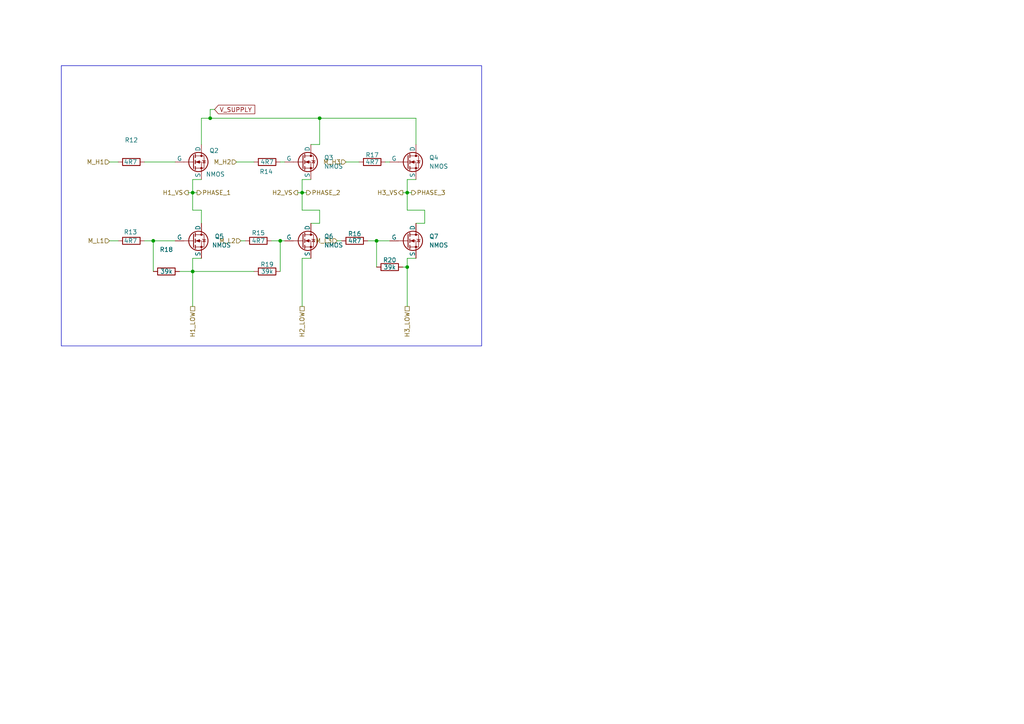
<source format=kicad_sch>
(kicad_sch
	(version 20250114)
	(generator "eeschema")
	(generator_version "9.0")
	(uuid "032fac18-fb08-4fc4-a7a7-7a6098812f57")
	(paper "A4")
	(lib_symbols
		(symbol "Device:R"
			(pin_numbers
				(hide yes)
			)
			(pin_names
				(offset 0)
			)
			(exclude_from_sim no)
			(in_bom yes)
			(on_board yes)
			(property "Reference" "R"
				(at 2.032 0 90)
				(effects
					(font
						(size 1.27 1.27)
					)
				)
			)
			(property "Value" "R"
				(at 0 0 90)
				(effects
					(font
						(size 1.27 1.27)
					)
				)
			)
			(property "Footprint" ""
				(at -1.778 0 90)
				(effects
					(font
						(size 1.27 1.27)
					)
					(hide yes)
				)
			)
			(property "Datasheet" "~"
				(at 0 0 0)
				(effects
					(font
						(size 1.27 1.27)
					)
					(hide yes)
				)
			)
			(property "Description" "Resistor"
				(at 0 0 0)
				(effects
					(font
						(size 1.27 1.27)
					)
					(hide yes)
				)
			)
			(property "ki_keywords" "R res resistor"
				(at 0 0 0)
				(effects
					(font
						(size 1.27 1.27)
					)
					(hide yes)
				)
			)
			(property "ki_fp_filters" "R_*"
				(at 0 0 0)
				(effects
					(font
						(size 1.27 1.27)
					)
					(hide yes)
				)
			)
			(symbol "R_0_1"
				(rectangle
					(start -1.016 -2.54)
					(end 1.016 2.54)
					(stroke
						(width 0.254)
						(type default)
					)
					(fill
						(type none)
					)
				)
			)
			(symbol "R_1_1"
				(pin passive line
					(at 0 3.81 270)
					(length 1.27)
					(name "~"
						(effects
							(font
								(size 1.27 1.27)
							)
						)
					)
					(number "1"
						(effects
							(font
								(size 1.27 1.27)
							)
						)
					)
				)
				(pin passive line
					(at 0 -3.81 90)
					(length 1.27)
					(name "~"
						(effects
							(font
								(size 1.27 1.27)
							)
						)
					)
					(number "2"
						(effects
							(font
								(size 1.27 1.27)
							)
						)
					)
				)
			)
			(embedded_fonts no)
		)
		(symbol "Simulation_SPICE:NMOS"
			(pin_numbers
				(hide yes)
			)
			(pin_names
				(offset 0)
			)
			(exclude_from_sim no)
			(in_bom yes)
			(on_board yes)
			(property "Reference" "Q"
				(at 5.08 1.27 0)
				(effects
					(font
						(size 1.27 1.27)
					)
					(justify left)
				)
			)
			(property "Value" "NMOS"
				(at 5.08 -1.27 0)
				(effects
					(font
						(size 1.27 1.27)
					)
					(justify left)
				)
			)
			(property "Footprint" ""
				(at 5.08 2.54 0)
				(effects
					(font
						(size 1.27 1.27)
					)
					(hide yes)
				)
			)
			(property "Datasheet" "https://ngspice.sourceforge.io/docs/ngspice-html-manual/manual.xhtml#cha_MOSFETs"
				(at 0 -12.7 0)
				(effects
					(font
						(size 1.27 1.27)
					)
					(hide yes)
				)
			)
			(property "Description" "N-MOSFET transistor, drain/source/gate"
				(at 0 0 0)
				(effects
					(font
						(size 1.27 1.27)
					)
					(hide yes)
				)
			)
			(property "Sim.Device" "NMOS"
				(at 0 -17.145 0)
				(effects
					(font
						(size 1.27 1.27)
					)
					(hide yes)
				)
			)
			(property "Sim.Type" "VDMOS"
				(at 0 -19.05 0)
				(effects
					(font
						(size 1.27 1.27)
					)
					(hide yes)
				)
			)
			(property "Sim.Pins" "1=D 2=G 3=S"
				(at 0 -15.24 0)
				(effects
					(font
						(size 1.27 1.27)
					)
					(hide yes)
				)
			)
			(property "ki_keywords" "transistor NMOS N-MOS N-MOSFET simulation"
				(at 0 0 0)
				(effects
					(font
						(size 1.27 1.27)
					)
					(hide yes)
				)
			)
			(symbol "NMOS_0_1"
				(polyline
					(pts
						(xy 0.254 1.905) (xy 0.254 -1.905)
					)
					(stroke
						(width 0.254)
						(type default)
					)
					(fill
						(type none)
					)
				)
				(polyline
					(pts
						(xy 0.254 0) (xy -2.54 0)
					)
					(stroke
						(width 0)
						(type default)
					)
					(fill
						(type none)
					)
				)
				(polyline
					(pts
						(xy 0.762 2.286) (xy 0.762 1.27)
					)
					(stroke
						(width 0.254)
						(type default)
					)
					(fill
						(type none)
					)
				)
				(polyline
					(pts
						(xy 0.762 0.508) (xy 0.762 -0.508)
					)
					(stroke
						(width 0.254)
						(type default)
					)
					(fill
						(type none)
					)
				)
				(polyline
					(pts
						(xy 0.762 -1.27) (xy 0.762 -2.286)
					)
					(stroke
						(width 0.254)
						(type default)
					)
					(fill
						(type none)
					)
				)
				(polyline
					(pts
						(xy 0.762 -1.778) (xy 3.302 -1.778) (xy 3.302 1.778) (xy 0.762 1.778)
					)
					(stroke
						(width 0)
						(type default)
					)
					(fill
						(type none)
					)
				)
				(polyline
					(pts
						(xy 1.016 0) (xy 2.032 0.381) (xy 2.032 -0.381) (xy 1.016 0)
					)
					(stroke
						(width 0)
						(type default)
					)
					(fill
						(type outline)
					)
				)
				(circle
					(center 1.651 0)
					(radius 2.794)
					(stroke
						(width 0.254)
						(type default)
					)
					(fill
						(type none)
					)
				)
				(polyline
					(pts
						(xy 2.54 2.54) (xy 2.54 1.778)
					)
					(stroke
						(width 0)
						(type default)
					)
					(fill
						(type none)
					)
				)
				(circle
					(center 2.54 1.778)
					(radius 0.254)
					(stroke
						(width 0)
						(type default)
					)
					(fill
						(type outline)
					)
				)
				(circle
					(center 2.54 -1.778)
					(radius 0.254)
					(stroke
						(width 0)
						(type default)
					)
					(fill
						(type outline)
					)
				)
				(polyline
					(pts
						(xy 2.54 -2.54) (xy 2.54 0) (xy 0.762 0)
					)
					(stroke
						(width 0)
						(type default)
					)
					(fill
						(type none)
					)
				)
				(polyline
					(pts
						(xy 2.794 0.508) (xy 2.921 0.381) (xy 3.683 0.381) (xy 3.81 0.254)
					)
					(stroke
						(width 0)
						(type default)
					)
					(fill
						(type none)
					)
				)
				(polyline
					(pts
						(xy 3.302 0.381) (xy 2.921 -0.254) (xy 3.683 -0.254) (xy 3.302 0.381)
					)
					(stroke
						(width 0)
						(type default)
					)
					(fill
						(type none)
					)
				)
			)
			(symbol "NMOS_1_1"
				(pin input line
					(at -5.08 0 0)
					(length 2.54)
					(name "G"
						(effects
							(font
								(size 1.27 1.27)
							)
						)
					)
					(number "2"
						(effects
							(font
								(size 1.27 1.27)
							)
						)
					)
				)
				(pin passive line
					(at 2.54 5.08 270)
					(length 2.54)
					(name "D"
						(effects
							(font
								(size 1.27 1.27)
							)
						)
					)
					(number "1"
						(effects
							(font
								(size 1.27 1.27)
							)
						)
					)
				)
				(pin passive line
					(at 2.54 -5.08 90)
					(length 2.54)
					(name "S"
						(effects
							(font
								(size 1.27 1.27)
							)
						)
					)
					(number "3"
						(effects
							(font
								(size 1.27 1.27)
							)
						)
					)
				)
			)
			(embedded_fonts no)
		)
	)
	(rectangle
		(start 17.78 19.05)
		(end 139.7 100.33)
		(stroke
			(width 0)
			(type solid)
		)
		(fill
			(type none)
		)
		(uuid ee217c2e-4e57-4390-a0d5-fde949a9b3f8)
	)
	(junction
		(at 109.22 69.85)
		(diameter 0)
		(color 0 0 0 0)
		(uuid "109b7328-5ae6-4208-9eda-ed49da3f2890")
	)
	(junction
		(at 118.11 55.88)
		(diameter 0)
		(color 0 0 0 0)
		(uuid "287e0e24-1e3c-4cd6-a65c-da63b2357f8f")
	)
	(junction
		(at 92.71 34.29)
		(diameter 0)
		(color 0 0 0 0)
		(uuid "2f69da99-a5bd-4067-9559-3b42cf4a0686")
	)
	(junction
		(at 87.63 55.88)
		(diameter 0)
		(color 0 0 0 0)
		(uuid "43e2a95a-ee07-4d5d-9748-6bf72124d2b3")
	)
	(junction
		(at 44.45 69.85)
		(diameter 0)
		(color 0 0 0 0)
		(uuid "7ba5cd53-9ebb-4f6a-8618-d11f54d626df")
	)
	(junction
		(at 118.11 77.47)
		(diameter 0)
		(color 0 0 0 0)
		(uuid "82bf865d-7d71-4df3-a812-032c049217d1")
	)
	(junction
		(at 60.96 34.29)
		(diameter 0)
		(color 0 0 0 0)
		(uuid "9e0069ef-3969-44c8-bcb5-560f1f67e892")
	)
	(junction
		(at 81.28 69.85)
		(diameter 0)
		(color 0 0 0 0)
		(uuid "b51d8fd6-c331-4c43-909d-0de4b96571d1")
	)
	(junction
		(at 55.88 55.88)
		(diameter 0)
		(color 0 0 0 0)
		(uuid "b99cf2dd-a58f-4af6-a7f0-fae1dd400eb6")
	)
	(junction
		(at 55.88 78.74)
		(diameter 0)
		(color 0 0 0 0)
		(uuid "ca8d11ff-e6d7-41b9-979f-ce2af0b56f8a")
	)
	(wire
		(pts
			(xy 100.33 46.99) (xy 104.14 46.99)
		)
		(stroke
			(width 0)
			(type default)
		)
		(uuid "0090ae9f-a54f-422c-a0ff-4d6c1668d8da")
	)
	(wire
		(pts
			(xy 55.88 52.07) (xy 55.88 55.88)
		)
		(stroke
			(width 0)
			(type default)
		)
		(uuid "0377b76d-33ad-464a-a5f3-15a09e9f0abb")
	)
	(wire
		(pts
			(xy 62.23 31.75) (xy 60.96 31.75)
		)
		(stroke
			(width 0)
			(type default)
		)
		(uuid "03f184f0-8157-435e-ad08-bf460bab21d9")
	)
	(wire
		(pts
			(xy 44.45 69.85) (xy 44.45 78.74)
		)
		(stroke
			(width 0)
			(type default)
		)
		(uuid "0a922b34-9d0c-4ce7-8212-eeede71f5f82")
	)
	(wire
		(pts
			(xy 97.79 69.85) (xy 99.06 69.85)
		)
		(stroke
			(width 0)
			(type default)
		)
		(uuid "0b71b22f-4279-467b-b159-69868fcccad2")
	)
	(wire
		(pts
			(xy 87.63 60.96) (xy 92.71 60.96)
		)
		(stroke
			(width 0)
			(type default)
		)
		(uuid "14bfe2d5-2a35-4ff4-9aba-7988fd16c6e5")
	)
	(wire
		(pts
			(xy 81.28 69.85) (xy 82.55 69.85)
		)
		(stroke
			(width 0)
			(type default)
		)
		(uuid "15e7a2e0-dff6-4b74-b4a4-d0d9533cdc16")
	)
	(wire
		(pts
			(xy 69.85 69.85) (xy 71.12 69.85)
		)
		(stroke
			(width 0)
			(type default)
		)
		(uuid "16b90c80-ce5a-4a74-b190-1b753e735595")
	)
	(wire
		(pts
			(xy 41.91 46.99) (xy 50.8 46.99)
		)
		(stroke
			(width 0)
			(type default)
		)
		(uuid "172b4ff6-7d56-495a-909e-f92dccd641fd")
	)
	(wire
		(pts
			(xy 78.74 69.85) (xy 81.28 69.85)
		)
		(stroke
			(width 0)
			(type default)
		)
		(uuid "18bb4062-3e7f-48c1-a118-5752d93a8537")
	)
	(wire
		(pts
			(xy 86.36 55.88) (xy 87.63 55.88)
		)
		(stroke
			(width 0)
			(type default)
		)
		(uuid "1e6c7064-7aaa-4c61-ac2e-91a936041a48")
	)
	(wire
		(pts
			(xy 109.22 77.47) (xy 109.22 69.85)
		)
		(stroke
			(width 0)
			(type default)
		)
		(uuid "1e70a898-32b2-48ec-8138-c1f87bf723ed")
	)
	(wire
		(pts
			(xy 118.11 60.96) (xy 123.19 60.96)
		)
		(stroke
			(width 0)
			(type default)
		)
		(uuid "1e990c28-b189-437e-98c9-09ffacad213f")
	)
	(wire
		(pts
			(xy 116.84 55.88) (xy 118.11 55.88)
		)
		(stroke
			(width 0)
			(type default)
		)
		(uuid "26069f64-fa99-4226-a4a0-a05cab31f538")
	)
	(wire
		(pts
			(xy 92.71 41.91) (xy 92.71 34.29)
		)
		(stroke
			(width 0)
			(type default)
		)
		(uuid "2b088866-5ec6-459c-87d2-1eabddbd545e")
	)
	(wire
		(pts
			(xy 60.96 31.75) (xy 60.96 34.29)
		)
		(stroke
			(width 0)
			(type default)
		)
		(uuid "2d4764a2-303c-41f1-9255-58ab7d6908a2")
	)
	(wire
		(pts
			(xy 87.63 74.93) (xy 90.17 74.93)
		)
		(stroke
			(width 0)
			(type default)
		)
		(uuid "2e82ba9b-ef4e-48d5-9789-2badf265c659")
	)
	(wire
		(pts
			(xy 58.42 34.29) (xy 60.96 34.29)
		)
		(stroke
			(width 0)
			(type default)
		)
		(uuid "3fec9f0a-db6f-41ed-b81f-8f9fd8eb7178")
	)
	(wire
		(pts
			(xy 92.71 64.77) (xy 92.71 60.96)
		)
		(stroke
			(width 0)
			(type default)
		)
		(uuid "409915ff-2acf-4e46-b628-7d9c99588f15")
	)
	(wire
		(pts
			(xy 92.71 34.29) (xy 120.65 34.29)
		)
		(stroke
			(width 0)
			(type default)
		)
		(uuid "421664d4-a6d6-4df3-922a-85916922af1f")
	)
	(wire
		(pts
			(xy 123.19 64.77) (xy 123.19 60.96)
		)
		(stroke
			(width 0)
			(type default)
		)
		(uuid "4230ea28-8197-4b0e-9ffe-9246ceddc92b")
	)
	(wire
		(pts
			(xy 44.45 69.85) (xy 50.8 69.85)
		)
		(stroke
			(width 0)
			(type default)
		)
		(uuid "44638797-41b4-44c4-828f-a6980c8ecc22")
	)
	(wire
		(pts
			(xy 87.63 88.9) (xy 87.63 74.93)
		)
		(stroke
			(width 0)
			(type default)
		)
		(uuid "451f5810-0204-4d2c-bfe5-89fb251a0759")
	)
	(wire
		(pts
			(xy 58.42 60.96) (xy 58.42 64.77)
		)
		(stroke
			(width 0)
			(type default)
		)
		(uuid "4d524e00-06af-46bd-be95-a620b2c5a64c")
	)
	(wire
		(pts
			(xy 109.22 69.85) (xy 113.03 69.85)
		)
		(stroke
			(width 0)
			(type default)
		)
		(uuid "4d9d5a2e-963d-4a3f-a7ef-99319430e995")
	)
	(wire
		(pts
			(xy 90.17 41.91) (xy 92.71 41.91)
		)
		(stroke
			(width 0)
			(type default)
		)
		(uuid "5468bda4-ac52-490c-9f59-b7b8901ba4da")
	)
	(wire
		(pts
			(xy 55.88 74.93) (xy 58.42 74.93)
		)
		(stroke
			(width 0)
			(type default)
		)
		(uuid "631e3f76-5d47-4d37-90a5-6f87f80dee4a")
	)
	(wire
		(pts
			(xy 118.11 88.9) (xy 118.11 77.47)
		)
		(stroke
			(width 0)
			(type default)
		)
		(uuid "6a72f050-c894-4c60-8d80-2d82261bb942")
	)
	(wire
		(pts
			(xy 120.65 64.77) (xy 123.19 64.77)
		)
		(stroke
			(width 0)
			(type default)
		)
		(uuid "6e6965e2-064e-494d-b4e1-8cd31ead784e")
	)
	(wire
		(pts
			(xy 120.65 41.91) (xy 120.65 34.29)
		)
		(stroke
			(width 0)
			(type default)
		)
		(uuid "707fc9e3-6d20-4018-9978-a822b3bc2eb1")
	)
	(wire
		(pts
			(xy 31.75 69.85) (xy 34.29 69.85)
		)
		(stroke
			(width 0)
			(type default)
		)
		(uuid "71719676-0603-4550-b69f-14f889a1ac4c")
	)
	(wire
		(pts
			(xy 118.11 52.07) (xy 120.65 52.07)
		)
		(stroke
			(width 0)
			(type default)
		)
		(uuid "7c41315a-b7ef-4094-9fcd-613b83e965be")
	)
	(wire
		(pts
			(xy 118.11 52.07) (xy 118.11 55.88)
		)
		(stroke
			(width 0)
			(type default)
		)
		(uuid "7d0f8aea-d6b6-4c43-b062-e7fc0ed0d0f7")
	)
	(wire
		(pts
			(xy 55.88 88.9) (xy 55.88 78.74)
		)
		(stroke
			(width 0)
			(type default)
		)
		(uuid "7f6b72b2-2827-4219-91b0-23033568e204")
	)
	(wire
		(pts
			(xy 90.17 64.77) (xy 92.71 64.77)
		)
		(stroke
			(width 0)
			(type default)
		)
		(uuid "82425a52-997f-49c7-9c9e-552f51fba1e8")
	)
	(wire
		(pts
			(xy 54.61 55.88) (xy 55.88 55.88)
		)
		(stroke
			(width 0)
			(type default)
		)
		(uuid "843d0dfa-bcd0-42d6-8f7c-d994fea9a800")
	)
	(wire
		(pts
			(xy 55.88 55.88) (xy 55.88 60.96)
		)
		(stroke
			(width 0)
			(type default)
		)
		(uuid "8456d211-5ed4-4c40-b6d1-0563a3aead22")
	)
	(wire
		(pts
			(xy 41.91 69.85) (xy 44.45 69.85)
		)
		(stroke
			(width 0)
			(type default)
		)
		(uuid "92d56b00-ca7b-4d85-bc5b-de3dc32fa2d9")
	)
	(wire
		(pts
			(xy 60.96 34.29) (xy 92.71 34.29)
		)
		(stroke
			(width 0)
			(type default)
		)
		(uuid "9322f14a-2ec5-49f7-abc4-b12aa66d6752")
	)
	(wire
		(pts
			(xy 55.88 78.74) (xy 52.07 78.74)
		)
		(stroke
			(width 0)
			(type default)
		)
		(uuid "95f4473c-c31d-4fce-b46f-b569f444e5f2")
	)
	(wire
		(pts
			(xy 87.63 52.07) (xy 90.17 52.07)
		)
		(stroke
			(width 0)
			(type default)
		)
		(uuid "9dbb3501-3239-47dc-9463-68d97090ec07")
	)
	(wire
		(pts
			(xy 116.84 77.47) (xy 118.11 77.47)
		)
		(stroke
			(width 0)
			(type default)
		)
		(uuid "a3cdcc40-1962-4541-9559-3a3ae08081bd")
	)
	(wire
		(pts
			(xy 55.88 52.07) (xy 58.42 52.07)
		)
		(stroke
			(width 0)
			(type default)
		)
		(uuid "a3d95aee-2b4c-4e85-92d8-111a0ba592ac")
	)
	(wire
		(pts
			(xy 55.88 78.74) (xy 73.66 78.74)
		)
		(stroke
			(width 0)
			(type default)
		)
		(uuid "a87c3dc2-684a-48b2-92d0-90c64993b0f6")
	)
	(wire
		(pts
			(xy 88.9 55.88) (xy 87.63 55.88)
		)
		(stroke
			(width 0)
			(type default)
		)
		(uuid "ab68aeee-c70b-4671-a620-4f1af30be3da")
	)
	(wire
		(pts
			(xy 106.68 69.85) (xy 109.22 69.85)
		)
		(stroke
			(width 0)
			(type default)
		)
		(uuid "acec800c-0ccd-4164-9ae7-98b95db3eec4")
	)
	(wire
		(pts
			(xy 87.63 55.88) (xy 87.63 60.96)
		)
		(stroke
			(width 0)
			(type default)
		)
		(uuid "b5524f31-c420-4379-adba-6f8ad77b9882")
	)
	(wire
		(pts
			(xy 57.15 55.88) (xy 55.88 55.88)
		)
		(stroke
			(width 0)
			(type default)
		)
		(uuid "b7fcbac1-49ec-420c-bdb4-11ca306fc349")
	)
	(wire
		(pts
			(xy 55.88 74.93) (xy 55.88 78.74)
		)
		(stroke
			(width 0)
			(type default)
		)
		(uuid "c06cd399-00c4-457e-817c-44f3e38aa586")
	)
	(wire
		(pts
			(xy 111.76 46.99) (xy 113.03 46.99)
		)
		(stroke
			(width 0)
			(type default)
		)
		(uuid "c56fbf49-bd3b-4ae9-bd60-14f3f0ad6a33")
	)
	(wire
		(pts
			(xy 55.88 60.96) (xy 58.42 60.96)
		)
		(stroke
			(width 0)
			(type default)
		)
		(uuid "ca0e88c6-c1ed-4bdd-ab1f-cba5d119abee")
	)
	(wire
		(pts
			(xy 119.38 55.88) (xy 118.11 55.88)
		)
		(stroke
			(width 0)
			(type default)
		)
		(uuid "cc0dd1f2-d370-40a2-9cd9-83740cb9377f")
	)
	(wire
		(pts
			(xy 81.28 69.85) (xy 81.28 78.74)
		)
		(stroke
			(width 0)
			(type default)
		)
		(uuid "d6d67177-8ddf-41f6-a171-0e07830287a1")
	)
	(wire
		(pts
			(xy 87.63 52.07) (xy 87.63 55.88)
		)
		(stroke
			(width 0)
			(type default)
		)
		(uuid "de59045e-835a-41da-b4e5-d1eb6d185b9c")
	)
	(wire
		(pts
			(xy 118.11 74.93) (xy 120.65 74.93)
		)
		(stroke
			(width 0)
			(type default)
		)
		(uuid "e11c663f-fbd0-465b-8546-0508162eb495")
	)
	(wire
		(pts
			(xy 31.75 46.99) (xy 34.29 46.99)
		)
		(stroke
			(width 0)
			(type default)
		)
		(uuid "e476e187-4d8f-4c4a-9dc4-85c318077233")
	)
	(wire
		(pts
			(xy 81.28 46.99) (xy 82.55 46.99)
		)
		(stroke
			(width 0)
			(type default)
		)
		(uuid "ef2136ac-a660-43ce-8a39-1dc1487bc5af")
	)
	(wire
		(pts
			(xy 118.11 77.47) (xy 118.11 74.93)
		)
		(stroke
			(width 0)
			(type default)
		)
		(uuid "f1f18941-cebb-45d4-be2e-bc8f91aed3a0")
	)
	(wire
		(pts
			(xy 118.11 55.88) (xy 118.11 60.96)
		)
		(stroke
			(width 0)
			(type default)
		)
		(uuid "f353e428-b7d3-40b8-928e-ce022e00ca50")
	)
	(wire
		(pts
			(xy 58.42 41.91) (xy 58.42 34.29)
		)
		(stroke
			(width 0)
			(type default)
		)
		(uuid "f7d02a56-7f60-45af-854a-f8dfcc988121")
	)
	(wire
		(pts
			(xy 68.58 46.99) (xy 73.66 46.99)
		)
		(stroke
			(width 0)
			(type default)
		)
		(uuid "fd0a31d5-e2ff-4557-b21e-90a37a2c37d1")
	)
	(global_label "V_SUPPLY"
		(shape input)
		(at 62.23 31.75 0)
		(fields_autoplaced yes)
		(effects
			(font
				(size 1.27 1.27)
			)
			(justify left)
		)
		(uuid "da383ad7-1310-41fb-a1d2-9b57af6a2d8c")
		(property "Intersheetrefs" "${INTERSHEET_REFS}"
			(at 74.4681 31.75 0)
			(effects
				(font
					(size 1.27 1.27)
				)
				(justify left)
				(hide yes)
			)
		)
	)
	(hierarchical_label "M_H1"
		(shape input)
		(at 31.75 46.99 180)
		(effects
			(font
				(size 1.27 1.27)
			)
			(justify right)
		)
		(uuid "160fbc9c-fa34-4961-8415-f38e9e0520cf")
	)
	(hierarchical_label "M_L2"
		(shape input)
		(at 69.85 69.85 180)
		(effects
			(font
				(size 1.27 1.27)
			)
			(justify right)
		)
		(uuid "216b85c6-456d-49ca-88fd-bef30e056c6a")
	)
	(hierarchical_label "H3_VS"
		(shape output)
		(at 116.84 55.88 180)
		(effects
			(font
				(size 1.27 1.27)
			)
			(justify right)
		)
		(uuid "2a63a3f3-b55e-424c-9db7-23a4ea2600ba")
	)
	(hierarchical_label "H1_LOW"
		(shape passive)
		(at 55.88 88.9 270)
		(effects
			(font
				(size 1.27 1.27)
			)
			(justify right)
		)
		(uuid "35ff4502-80a0-4152-9aa0-508f0ed3783c")
	)
	(hierarchical_label "M_L1"
		(shape input)
		(at 31.75 69.85 180)
		(effects
			(font
				(size 1.27 1.27)
			)
			(justify right)
		)
		(uuid "4de3e297-f6f0-4183-8a3f-9ded0046a453")
	)
	(hierarchical_label "M_L3"
		(shape input)
		(at 97.79 69.85 180)
		(effects
			(font
				(size 1.27 1.27)
			)
			(justify right)
		)
		(uuid "54d00649-42b7-4044-855f-d31a532a1030")
	)
	(hierarchical_label "H1_VS"
		(shape output)
		(at 54.61 55.88 180)
		(effects
			(font
				(size 1.27 1.27)
			)
			(justify right)
		)
		(uuid "65b793be-48bf-4578-87ca-ef0a33460d7c")
	)
	(hierarchical_label "M_H3"
		(shape input)
		(at 100.33 46.99 180)
		(effects
			(font
				(size 1.27 1.27)
			)
			(justify right)
		)
		(uuid "66e44679-b932-440e-b695-200adfe30320")
	)
	(hierarchical_label "H3_LOW"
		(shape passive)
		(at 118.11 88.9 270)
		(effects
			(font
				(size 1.27 1.27)
			)
			(justify right)
		)
		(uuid "77650d7d-fe3d-4ab2-9305-086ca5dded29")
	)
	(hierarchical_label "PHASE_1"
		(shape output)
		(at 57.15 55.88 0)
		(effects
			(font
				(size 1.27 1.27)
			)
			(justify left)
		)
		(uuid "7b08bbc3-faf2-4fb5-a3a3-d5b5d742132e")
	)
	(hierarchical_label "M_H2"
		(shape input)
		(at 68.58 46.99 180)
		(effects
			(font
				(size 1.27 1.27)
			)
			(justify right)
		)
		(uuid "8358c118-2f4f-49e9-b10b-800116012ec0")
	)
	(hierarchical_label "H2_VS"
		(shape output)
		(at 86.36 55.88 180)
		(effects
			(font
				(size 1.27 1.27)
			)
			(justify right)
		)
		(uuid "83819b46-aaa3-4978-934a-4572d0a7f9c1")
	)
	(hierarchical_label "H2_LOW"
		(shape passive)
		(at 87.63 88.9 270)
		(effects
			(font
				(size 1.27 1.27)
			)
			(justify right)
		)
		(uuid "a4b29cde-a1f6-49f5-99b3-052a5119a84f")
	)
	(hierarchical_label "PHASE_3"
		(shape output)
		(at 119.38 55.88 0)
		(effects
			(font
				(size 1.27 1.27)
			)
			(justify left)
		)
		(uuid "c83fd3f5-73dc-4253-be28-66b9efe89f2c")
	)
	(hierarchical_label "PHASE_2"
		(shape output)
		(at 88.9 55.88 0)
		(effects
			(font
				(size 1.27 1.27)
			)
			(justify left)
		)
		(uuid "fcf5a482-dc86-415e-bcb6-bda03195a848")
	)
	(symbol
		(lib_id "Device:R")
		(at 74.93 69.85 90)
		(unit 1)
		(exclude_from_sim no)
		(in_bom yes)
		(on_board yes)
		(dnp no)
		(uuid "0296a758-5703-4e96-b6f4-0556e8232021")
		(property "Reference" "R15"
			(at 74.93 67.564 90)
			(effects
				(font
					(size 1.27 1.27)
				)
			)
		)
		(property "Value" "4R7"
			(at 74.93 69.85 90)
			(effects
				(font
					(size 1.27 1.27)
				)
			)
		)
		(property "Footprint" "Resistor_SMD:R_0201_0603Metric"
			(at 74.93 71.628 90)
			(effects
				(font
					(size 1.27 1.27)
				)
				(hide yes)
			)
		)
		(property "Datasheet" "~"
			(at 74.93 69.85 0)
			(effects
				(font
					(size 1.27 1.27)
				)
				(hide yes)
			)
		)
		(property "Description" "Resistor"
			(at 74.93 69.85 0)
			(effects
				(font
					(size 1.27 1.27)
				)
				(hide yes)
			)
		)
		(pin "1"
			(uuid "e0fe0715-de35-478c-9302-b4396eebf2b8")
		)
		(pin "2"
			(uuid "a5b8516e-7887-4129-a131-eb7d11f85799")
		)
		(instances
			(project "escDesign"
				(path "/281019b9-751d-4fe8-b09d-377ab91b1fff/59a0fd9c-964f-4b4a-afac-ddf0bbc82d03"
					(reference "R15")
					(unit 1)
				)
			)
		)
	)
	(symbol
		(lib_id "Device:R")
		(at 107.95 46.99 90)
		(unit 1)
		(exclude_from_sim no)
		(in_bom yes)
		(on_board yes)
		(dnp no)
		(uuid "3140a476-cb48-43f7-b90c-df3122a9d331")
		(property "Reference" "R17"
			(at 107.95 44.958 90)
			(effects
				(font
					(size 1.27 1.27)
				)
			)
		)
		(property "Value" "4R7"
			(at 107.95 46.99 90)
			(effects
				(font
					(size 1.27 1.27)
				)
			)
		)
		(property "Footprint" "Resistor_SMD:R_0201_0603Metric"
			(at 107.95 48.768 90)
			(effects
				(font
					(size 1.27 1.27)
				)
				(hide yes)
			)
		)
		(property "Datasheet" "~"
			(at 107.95 46.99 0)
			(effects
				(font
					(size 1.27 1.27)
				)
				(hide yes)
			)
		)
		(property "Description" "Resistor"
			(at 107.95 46.99 0)
			(effects
				(font
					(size 1.27 1.27)
				)
				(hide yes)
			)
		)
		(pin "1"
			(uuid "f939838b-6a71-415a-96d3-3564e16f55b0")
		)
		(pin "2"
			(uuid "fa104326-deab-49af-8111-c0b1322a5cf2")
		)
		(instances
			(project "escDesign"
				(path "/281019b9-751d-4fe8-b09d-377ab91b1fff/59a0fd9c-964f-4b4a-afac-ddf0bbc82d03"
					(reference "R17")
					(unit 1)
				)
			)
		)
	)
	(symbol
		(lib_id "Simulation_SPICE:NMOS")
		(at 87.63 46.99 0)
		(unit 1)
		(exclude_from_sim no)
		(in_bom yes)
		(on_board yes)
		(dnp no)
		(fields_autoplaced yes)
		(uuid "40d5540b-fe79-4697-ab41-3d0387aba6cf")
		(property "Reference" "Q3"
			(at 93.98 45.7199 0)
			(effects
				(font
					(size 1.27 1.27)
				)
				(justify left)
			)
		)
		(property "Value" "NMOS"
			(at 93.98 48.2599 0)
			(effects
				(font
					(size 1.27 1.27)
				)
				(justify left)
			)
		)
		(property "Footprint" "IRFS7530TRL7PP (2):TO127P1524X483-7N"
			(at 92.71 44.45 0)
			(effects
				(font
					(size 1.27 1.27)
				)
				(hide yes)
			)
		)
		(property "Datasheet" "https://ngspice.sourceforge.io/docs/ngspice-html-manual/manual.xhtml#cha_MOSFETs"
			(at 87.63 59.69 0)
			(effects
				(font
					(size 1.27 1.27)
				)
				(hide yes)
			)
		)
		(property "Description" "N-MOSFET transistor, drain/source/gate"
			(at 87.63 46.99 0)
			(effects
				(font
					(size 1.27 1.27)
				)
				(hide yes)
			)
		)
		(property "Sim.Device" "NMOS"
			(at 87.63 64.135 0)
			(effects
				(font
					(size 1.27 1.27)
				)
				(hide yes)
			)
		)
		(property "Sim.Type" "VDMOS"
			(at 87.63 66.04 0)
			(effects
				(font
					(size 1.27 1.27)
				)
				(hide yes)
			)
		)
		(property "Sim.Pins" "1=D 2=G 3=S"
			(at 87.63 62.23 0)
			(effects
				(font
					(size 1.27 1.27)
				)
				(hide yes)
			)
		)
		(pin "2"
			(uuid "9f2d60f3-8c8d-4d0d-995b-0ac6b30326e3")
		)
		(pin "3"
			(uuid "71858cc9-ffd1-4184-b350-4790b4282345")
		)
		(pin "1"
			(uuid "ea5f1ef3-3f79-463f-ae33-777066539219")
		)
		(instances
			(project "escDesign"
				(path "/281019b9-751d-4fe8-b09d-377ab91b1fff/59a0fd9c-964f-4b4a-afac-ddf0bbc82d03"
					(reference "Q3")
					(unit 1)
				)
			)
		)
	)
	(symbol
		(lib_id "Simulation_SPICE:NMOS")
		(at 118.11 46.99 0)
		(unit 1)
		(exclude_from_sim no)
		(in_bom yes)
		(on_board yes)
		(dnp no)
		(fields_autoplaced yes)
		(uuid "4c726dc5-07fb-4174-b737-bb46160556f6")
		(property "Reference" "Q4"
			(at 124.46 45.7199 0)
			(effects
				(font
					(size 1.27 1.27)
				)
				(justify left)
			)
		)
		(property "Value" "NMOS"
			(at 124.46 48.2599 0)
			(effects
				(font
					(size 1.27 1.27)
				)
				(justify left)
			)
		)
		(property "Footprint" "IRFS7530TRL7PP (2):TO127P1524X483-7N"
			(at 123.19 44.45 0)
			(effects
				(font
					(size 1.27 1.27)
				)
				(hide yes)
			)
		)
		(property "Datasheet" "https://ngspice.sourceforge.io/docs/ngspice-html-manual/manual.xhtml#cha_MOSFETs"
			(at 118.11 59.69 0)
			(effects
				(font
					(size 1.27 1.27)
				)
				(hide yes)
			)
		)
		(property "Description" "N-MOSFET transistor, drain/source/gate"
			(at 118.11 46.99 0)
			(effects
				(font
					(size 1.27 1.27)
				)
				(hide yes)
			)
		)
		(property "Sim.Device" "NMOS"
			(at 118.11 64.135 0)
			(effects
				(font
					(size 1.27 1.27)
				)
				(hide yes)
			)
		)
		(property "Sim.Type" "VDMOS"
			(at 118.11 66.04 0)
			(effects
				(font
					(size 1.27 1.27)
				)
				(hide yes)
			)
		)
		(property "Sim.Pins" "1=D 2=G 3=S"
			(at 118.11 62.23 0)
			(effects
				(font
					(size 1.27 1.27)
				)
				(hide yes)
			)
		)
		(pin "2"
			(uuid "a7a3174f-a206-4aad-bc76-091249d9654a")
		)
		(pin "3"
			(uuid "ab9d6967-b4c0-4dcb-b564-8938d1570ac6")
		)
		(pin "1"
			(uuid "3f80283f-6c51-4c6b-9611-9b74c962be2d")
		)
		(instances
			(project "escDesign"
				(path "/281019b9-751d-4fe8-b09d-377ab91b1fff/59a0fd9c-964f-4b4a-afac-ddf0bbc82d03"
					(reference "Q4")
					(unit 1)
				)
			)
		)
	)
	(symbol
		(lib_id "Device:R")
		(at 102.87 69.85 90)
		(unit 1)
		(exclude_from_sim no)
		(in_bom yes)
		(on_board yes)
		(dnp no)
		(uuid "74f2f304-127c-4e1a-9201-af8a829f6688")
		(property "Reference" "R16"
			(at 102.87 67.818 90)
			(effects
				(font
					(size 1.27 1.27)
				)
			)
		)
		(property "Value" "4R7"
			(at 102.87 69.85 90)
			(effects
				(font
					(size 1.27 1.27)
				)
			)
		)
		(property "Footprint" "Resistor_SMD:R_0201_0603Metric"
			(at 102.87 71.628 90)
			(effects
				(font
					(size 1.27 1.27)
				)
				(hide yes)
			)
		)
		(property "Datasheet" "~"
			(at 102.87 69.85 0)
			(effects
				(font
					(size 1.27 1.27)
				)
				(hide yes)
			)
		)
		(property "Description" "Resistor"
			(at 102.87 69.85 0)
			(effects
				(font
					(size 1.27 1.27)
				)
				(hide yes)
			)
		)
		(pin "1"
			(uuid "30ccdcad-3e23-468d-9684-efc1895c49d3")
		)
		(pin "2"
			(uuid "47ac0349-b3c6-4a8c-90e5-4946898f37ba")
		)
		(instances
			(project "escDesign"
				(path "/281019b9-751d-4fe8-b09d-377ab91b1fff/59a0fd9c-964f-4b4a-afac-ddf0bbc82d03"
					(reference "R16")
					(unit 1)
				)
			)
		)
	)
	(symbol
		(lib_id "Device:R")
		(at 38.1 46.99 90)
		(unit 1)
		(exclude_from_sim no)
		(in_bom yes)
		(on_board yes)
		(dnp no)
		(uuid "7bea3095-22b8-4f75-b036-cc8ced972a36")
		(property "Reference" "R12"
			(at 38.1 40.64 90)
			(effects
				(font
					(size 1.27 1.27)
				)
			)
		)
		(property "Value" "4R7"
			(at 37.846 46.99 90)
			(effects
				(font
					(size 1.27 1.27)
				)
			)
		)
		(property "Footprint" "Resistor_SMD:R_0201_0603Metric"
			(at 38.1 48.768 90)
			(effects
				(font
					(size 1.27 1.27)
				)
				(hide yes)
			)
		)
		(property "Datasheet" "~"
			(at 38.1 46.99 0)
			(effects
				(font
					(size 1.27 1.27)
				)
				(hide yes)
			)
		)
		(property "Description" "Resistor"
			(at 38.1 46.99 0)
			(effects
				(font
					(size 1.27 1.27)
				)
				(hide yes)
			)
		)
		(pin "1"
			(uuid "a3345eda-4eea-418d-975e-97a7d3e79db2")
		)
		(pin "2"
			(uuid "e38025cd-f67e-49ca-8ac0-388b82c5ec2c")
		)
		(instances
			(project "escDesign"
				(path "/281019b9-751d-4fe8-b09d-377ab91b1fff/59a0fd9c-964f-4b4a-afac-ddf0bbc82d03"
					(reference "R12")
					(unit 1)
				)
			)
		)
	)
	(symbol
		(lib_id "Device:R")
		(at 48.26 78.74 90)
		(unit 1)
		(exclude_from_sim no)
		(in_bom yes)
		(on_board yes)
		(dnp no)
		(uuid "7c711308-bc60-41dd-883b-c9a23af0b82d")
		(property "Reference" "R18"
			(at 48.26 72.39 90)
			(effects
				(font
					(size 1.27 1.27)
				)
			)
		)
		(property "Value" "39k"
			(at 48.26 78.74 90)
			(effects
				(font
					(size 1.27 1.27)
				)
			)
		)
		(property "Footprint" "Resistor_SMD:R_0201_0603Metric"
			(at 48.26 80.518 90)
			(effects
				(font
					(size 1.27 1.27)
				)
				(hide yes)
			)
		)
		(property "Datasheet" "~"
			(at 48.26 78.74 0)
			(effects
				(font
					(size 1.27 1.27)
				)
				(hide yes)
			)
		)
		(property "Description" "Resistor"
			(at 48.26 78.74 0)
			(effects
				(font
					(size 1.27 1.27)
				)
				(hide yes)
			)
		)
		(pin "1"
			(uuid "12f7808b-3353-4372-bd1d-d344e04a12e0")
		)
		(pin "2"
			(uuid "0b48902e-b8ca-49c4-847f-eb7131d935de")
		)
		(instances
			(project "escDesign"
				(path "/281019b9-751d-4fe8-b09d-377ab91b1fff/59a0fd9c-964f-4b4a-afac-ddf0bbc82d03"
					(reference "R18")
					(unit 1)
				)
			)
		)
	)
	(symbol
		(lib_id "Simulation_SPICE:NMOS")
		(at 118.11 69.85 0)
		(unit 1)
		(exclude_from_sim no)
		(in_bom yes)
		(on_board yes)
		(dnp no)
		(fields_autoplaced yes)
		(uuid "8be109f7-cff6-446e-9825-bc022228fb6c")
		(property "Reference" "Q7"
			(at 124.46 68.5799 0)
			(effects
				(font
					(size 1.27 1.27)
				)
				(justify left)
			)
		)
		(property "Value" "NMOS"
			(at 124.46 71.1199 0)
			(effects
				(font
					(size 1.27 1.27)
				)
				(justify left)
			)
		)
		(property "Footprint" "IRFS7530TRL7PP (2):TO127P1524X483-7N"
			(at 123.19 67.31 0)
			(effects
				(font
					(size 1.27 1.27)
				)
				(hide yes)
			)
		)
		(property "Datasheet" "https://ngspice.sourceforge.io/docs/ngspice-html-manual/manual.xhtml#cha_MOSFETs"
			(at 118.11 82.55 0)
			(effects
				(font
					(size 1.27 1.27)
				)
				(hide yes)
			)
		)
		(property "Description" "N-MOSFET transistor, drain/source/gate"
			(at 118.11 69.85 0)
			(effects
				(font
					(size 1.27 1.27)
				)
				(hide yes)
			)
		)
		(property "Sim.Device" "NMOS"
			(at 118.11 86.995 0)
			(effects
				(font
					(size 1.27 1.27)
				)
				(hide yes)
			)
		)
		(property "Sim.Type" "VDMOS"
			(at 118.11 88.9 0)
			(effects
				(font
					(size 1.27 1.27)
				)
				(hide yes)
			)
		)
		(property "Sim.Pins" "1=D 2=G 3=S"
			(at 118.11 85.09 0)
			(effects
				(font
					(size 1.27 1.27)
				)
				(hide yes)
			)
		)
		(pin "2"
			(uuid "6b738864-e096-4f3b-b1a5-a65ea983e7b1")
		)
		(pin "3"
			(uuid "46af2d95-4bfb-4e5e-ab3e-5db9629ebd35")
		)
		(pin "1"
			(uuid "35323238-18fc-45b1-9ee5-00bfb4f10d6d")
		)
		(instances
			(project "escDesign"
				(path "/281019b9-751d-4fe8-b09d-377ab91b1fff/59a0fd9c-964f-4b4a-afac-ddf0bbc82d03"
					(reference "Q7")
					(unit 1)
				)
			)
		)
	)
	(symbol
		(lib_id "Simulation_SPICE:NMOS")
		(at 55.88 69.85 0)
		(unit 1)
		(exclude_from_sim no)
		(in_bom yes)
		(on_board yes)
		(dnp no)
		(uuid "9f5fec24-6d6d-4211-bba1-76bb9cc01aac")
		(property "Reference" "Q5"
			(at 62.23 68.5799 0)
			(effects
				(font
					(size 1.27 1.27)
				)
				(justify left)
			)
		)
		(property "Value" "NMOS"
			(at 61.468 71.12 0)
			(effects
				(font
					(size 1.27 1.27)
				)
				(justify left)
			)
		)
		(property "Footprint" "IRFS7530TRL7PP (2):TO127P1524X483-7N"
			(at 60.96 67.31 0)
			(effects
				(font
					(size 1.27 1.27)
				)
				(hide yes)
			)
		)
		(property "Datasheet" "https://ngspice.sourceforge.io/docs/ngspice-html-manual/manual.xhtml#cha_MOSFETs"
			(at 55.88 82.55 0)
			(effects
				(font
					(size 1.27 1.27)
				)
				(hide yes)
			)
		)
		(property "Description" "N-MOSFET transistor, drain/source/gate"
			(at 55.88 69.85 0)
			(effects
				(font
					(size 1.27 1.27)
				)
				(hide yes)
			)
		)
		(property "Sim.Device" "NMOS"
			(at 55.88 86.995 0)
			(effects
				(font
					(size 1.27 1.27)
				)
				(hide yes)
			)
		)
		(property "Sim.Type" "VDMOS"
			(at 55.88 88.9 0)
			(effects
				(font
					(size 1.27 1.27)
				)
				(hide yes)
			)
		)
		(property "Sim.Pins" "1=D 2=G 3=S"
			(at 55.88 85.09 0)
			(effects
				(font
					(size 1.27 1.27)
				)
				(hide yes)
			)
		)
		(pin "2"
			(uuid "1746a3e4-d79a-4004-a962-3ddf9da701a2")
		)
		(pin "3"
			(uuid "55ca7b7d-6ff5-4fbf-9d0d-4beb395253b7")
		)
		(pin "1"
			(uuid "376693ad-2f78-498f-b0d1-7b8333974012")
		)
		(instances
			(project "escDesign"
				(path "/281019b9-751d-4fe8-b09d-377ab91b1fff/59a0fd9c-964f-4b4a-afac-ddf0bbc82d03"
					(reference "Q5")
					(unit 1)
				)
			)
		)
	)
	(symbol
		(lib_id "Simulation_SPICE:NMOS")
		(at 55.88 46.99 0)
		(unit 1)
		(exclude_from_sim no)
		(in_bom yes)
		(on_board yes)
		(dnp no)
		(uuid "af5b1ea0-fd34-4cfa-95c2-edca2e23b28d")
		(property "Reference" "Q2"
			(at 60.706 43.688 0)
			(effects
				(font
					(size 1.27 1.27)
				)
				(justify left)
			)
		)
		(property "Value" "NMOS"
			(at 59.69 50.546 0)
			(effects
				(font
					(size 1.27 1.27)
				)
				(justify left)
			)
		)
		(property "Footprint" "IRFS7530TRL7PP (2):TO127P1524X483-7N"
			(at 60.96 44.45 0)
			(effects
				(font
					(size 1.27 1.27)
				)
				(hide yes)
			)
		)
		(property "Datasheet" "https://ngspice.sourceforge.io/docs/ngspice-html-manual/manual.xhtml#cha_MOSFETs"
			(at 55.88 59.69 0)
			(effects
				(font
					(size 1.27 1.27)
				)
				(hide yes)
			)
		)
		(property "Description" "N-MOSFET transistor, drain/source/gate"
			(at 55.88 46.99 0)
			(effects
				(font
					(size 1.27 1.27)
				)
				(hide yes)
			)
		)
		(property "Sim.Device" "NMOS"
			(at 55.88 64.135 0)
			(effects
				(font
					(size 1.27 1.27)
				)
				(hide yes)
			)
		)
		(property "Sim.Type" "VDMOS"
			(at 55.88 66.04 0)
			(effects
				(font
					(size 1.27 1.27)
				)
				(hide yes)
			)
		)
		(property "Sim.Pins" "1=D 2=G 3=S"
			(at 55.88 62.23 0)
			(effects
				(font
					(size 1.27 1.27)
				)
				(hide yes)
			)
		)
		(pin "2"
			(uuid "b4a5bbd3-8fb3-4bea-85e5-2944d2c63ef4")
		)
		(pin "3"
			(uuid "d249244c-18ff-42e6-8f38-6c16969ef41c")
		)
		(pin "1"
			(uuid "fe2b9d74-fc98-4db8-af71-bb5292cb4f18")
		)
		(instances
			(project ""
				(path "/281019b9-751d-4fe8-b09d-377ab91b1fff/59a0fd9c-964f-4b4a-afac-ddf0bbc82d03"
					(reference "Q2")
					(unit 1)
				)
			)
		)
	)
	(symbol
		(lib_id "Device:R")
		(at 113.03 77.47 90)
		(unit 1)
		(exclude_from_sim no)
		(in_bom yes)
		(on_board yes)
		(dnp no)
		(uuid "c3d3bc97-64df-42e9-beed-76c586d0c27d")
		(property "Reference" "R20"
			(at 113.03 75.438 90)
			(effects
				(font
					(size 1.27 1.27)
				)
			)
		)
		(property "Value" "39k"
			(at 113.03 77.47 90)
			(effects
				(font
					(size 1.27 1.27)
				)
			)
		)
		(property "Footprint" "Resistor_SMD:R_0201_0603Metric"
			(at 113.03 79.248 90)
			(effects
				(font
					(size 1.27 1.27)
				)
				(hide yes)
			)
		)
		(property "Datasheet" "~"
			(at 113.03 77.47 0)
			(effects
				(font
					(size 1.27 1.27)
				)
				(hide yes)
			)
		)
		(property "Description" "Resistor"
			(at 113.03 77.47 0)
			(effects
				(font
					(size 1.27 1.27)
				)
				(hide yes)
			)
		)
		(pin "1"
			(uuid "9044e5af-2256-4394-862d-e81ed1751942")
		)
		(pin "2"
			(uuid "e8a59de6-a1c0-4d52-a68d-915fede39013")
		)
		(instances
			(project "escDesign"
				(path "/281019b9-751d-4fe8-b09d-377ab91b1fff/59a0fd9c-964f-4b4a-afac-ddf0bbc82d03"
					(reference "R20")
					(unit 1)
				)
			)
		)
	)
	(symbol
		(lib_id "Device:R")
		(at 77.47 46.99 90)
		(unit 1)
		(exclude_from_sim no)
		(in_bom yes)
		(on_board yes)
		(dnp no)
		(uuid "caef877b-85a3-4a65-8f15-ce494f086b3a")
		(property "Reference" "R14"
			(at 77.216 49.784 90)
			(effects
				(font
					(size 1.27 1.27)
				)
			)
		)
		(property "Value" "4R7"
			(at 77.47 46.99 90)
			(effects
				(font
					(size 1.27 1.27)
				)
			)
		)
		(property "Footprint" "Resistor_SMD:R_0201_0603Metric"
			(at 77.47 48.768 90)
			(effects
				(font
					(size 1.27 1.27)
				)
				(hide yes)
			)
		)
		(property "Datasheet" "~"
			(at 77.47 46.99 0)
			(effects
				(font
					(size 1.27 1.27)
				)
				(hide yes)
			)
		)
		(property "Description" "Resistor"
			(at 77.47 46.99 0)
			(effects
				(font
					(size 1.27 1.27)
				)
				(hide yes)
			)
		)
		(pin "1"
			(uuid "da069388-1af6-4933-9d3a-dbd3a2f7c5fb")
		)
		(pin "2"
			(uuid "92aa3ddb-5174-4a6d-a554-7f1920fec150")
		)
		(instances
			(project "escDesign"
				(path "/281019b9-751d-4fe8-b09d-377ab91b1fff/59a0fd9c-964f-4b4a-afac-ddf0bbc82d03"
					(reference "R14")
					(unit 1)
				)
			)
		)
	)
	(symbol
		(lib_id "Simulation_SPICE:NMOS")
		(at 87.63 69.85 0)
		(unit 1)
		(exclude_from_sim no)
		(in_bom yes)
		(on_board yes)
		(dnp no)
		(fields_autoplaced yes)
		(uuid "d2f09b8a-218d-40b0-a123-ef87954e5efa")
		(property "Reference" "Q6"
			(at 93.98 68.5799 0)
			(effects
				(font
					(size 1.27 1.27)
				)
				(justify left)
			)
		)
		(property "Value" "NMOS"
			(at 93.98 71.1199 0)
			(effects
				(font
					(size 1.27 1.27)
				)
				(justify left)
			)
		)
		(property "Footprint" "IRFS7530TRL7PP (2):TO127P1524X483-7N"
			(at 92.71 67.31 0)
			(effects
				(font
					(size 1.27 1.27)
				)
				(hide yes)
			)
		)
		(property "Datasheet" "https://ngspice.sourceforge.io/docs/ngspice-html-manual/manual.xhtml#cha_MOSFETs"
			(at 87.63 82.55 0)
			(effects
				(font
					(size 1.27 1.27)
				)
				(hide yes)
			)
		)
		(property "Description" "N-MOSFET transistor, drain/source/gate"
			(at 87.63 69.85 0)
			(effects
				(font
					(size 1.27 1.27)
				)
				(hide yes)
			)
		)
		(property "Sim.Device" "NMOS"
			(at 87.63 86.995 0)
			(effects
				(font
					(size 1.27 1.27)
				)
				(hide yes)
			)
		)
		(property "Sim.Type" "VDMOS"
			(at 87.63 88.9 0)
			(effects
				(font
					(size 1.27 1.27)
				)
				(hide yes)
			)
		)
		(property "Sim.Pins" "1=D 2=G 3=S"
			(at 87.63 85.09 0)
			(effects
				(font
					(size 1.27 1.27)
				)
				(hide yes)
			)
		)
		(pin "2"
			(uuid "28df418d-3c72-439d-acfd-c958787e0267")
		)
		(pin "3"
			(uuid "6f1faf1d-2da8-4c84-af74-80f3a847300c")
		)
		(pin "1"
			(uuid "2c9d4cfc-1b22-4464-906f-294542d012c1")
		)
		(instances
			(project "escDesign"
				(path "/281019b9-751d-4fe8-b09d-377ab91b1fff/59a0fd9c-964f-4b4a-afac-ddf0bbc82d03"
					(reference "Q6")
					(unit 1)
				)
			)
		)
	)
	(symbol
		(lib_id "Device:R")
		(at 38.1 69.85 90)
		(unit 1)
		(exclude_from_sim no)
		(in_bom yes)
		(on_board yes)
		(dnp no)
		(uuid "ec318531-d5c4-44ee-af8a-75ba0b49a844")
		(property "Reference" "R13"
			(at 37.846 67.31 90)
			(effects
				(font
					(size 1.27 1.27)
				)
			)
		)
		(property "Value" "4R7"
			(at 37.846 69.85 90)
			(effects
				(font
					(size 1.27 1.27)
				)
			)
		)
		(property "Footprint" "Resistor_SMD:R_0201_0603Metric"
			(at 38.1 71.628 90)
			(effects
				(font
					(size 1.27 1.27)
				)
				(hide yes)
			)
		)
		(property "Datasheet" "~"
			(at 38.1 69.85 0)
			(effects
				(font
					(size 1.27 1.27)
				)
				(hide yes)
			)
		)
		(property "Description" "Resistor"
			(at 38.1 69.85 0)
			(effects
				(font
					(size 1.27 1.27)
				)
				(hide yes)
			)
		)
		(pin "1"
			(uuid "b45af735-c06e-44f8-a1ca-19097ecbcec9")
		)
		(pin "2"
			(uuid "99f10c32-eac9-4fad-9fe2-12f2e9832fa3")
		)
		(instances
			(project "escDesign"
				(path "/281019b9-751d-4fe8-b09d-377ab91b1fff/59a0fd9c-964f-4b4a-afac-ddf0bbc82d03"
					(reference "R13")
					(unit 1)
				)
			)
		)
	)
	(symbol
		(lib_id "Device:R")
		(at 77.47 78.74 90)
		(unit 1)
		(exclude_from_sim no)
		(in_bom yes)
		(on_board yes)
		(dnp no)
		(uuid "f9194cc9-d672-4a41-bd3a-207d649b6ec7")
		(property "Reference" "R19"
			(at 77.47 76.708 90)
			(effects
				(font
					(size 1.27 1.27)
				)
			)
		)
		(property "Value" "39k"
			(at 77.47 78.74 90)
			(effects
				(font
					(size 1.27 1.27)
				)
			)
		)
		(property "Footprint" "Resistor_SMD:R_0201_0603Metric"
			(at 77.47 80.518 90)
			(effects
				(font
					(size 1.27 1.27)
				)
				(hide yes)
			)
		)
		(property "Datasheet" "~"
			(at 77.47 78.74 0)
			(effects
				(font
					(size 1.27 1.27)
				)
				(hide yes)
			)
		)
		(property "Description" "Resistor"
			(at 77.47 78.74 0)
			(effects
				(font
					(size 1.27 1.27)
				)
				(hide yes)
			)
		)
		(pin "1"
			(uuid "2b696994-3c7a-4b86-92c8-71391bf6c052")
		)
		(pin "2"
			(uuid "3e03e318-34aa-46c2-9953-9baa16c38f54")
		)
		(instances
			(project "escDesign"
				(path "/281019b9-751d-4fe8-b09d-377ab91b1fff/59a0fd9c-964f-4b4a-afac-ddf0bbc82d03"
					(reference "R19")
					(unit 1)
				)
			)
		)
	)
)

</source>
